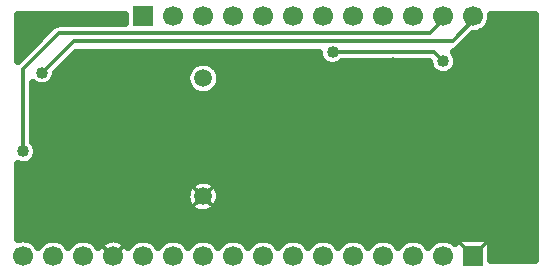
<source format=gbr>
G04 DipTrace 3.1.0.1*
G04 Bottom.gbr*
%MOIN*%
G04 #@! TF.FileFunction,Copper,L2,Bot*
G04 #@! TF.Part,Single*
G04 #@! TA.AperFunction,CopperBalancing*
%ADD13C,0.012992*%
%ADD14C,0.025*%
G04 #@! TA.AperFunction,ComponentPad*
%ADD19R,0.066929X0.066929*%
%ADD20C,0.066929*%
%ADD25C,0.059055*%
G04 #@! TA.AperFunction,ViaPad*
%ADD28C,0.04*%
%FSLAX26Y26*%
G04*
G70*
G90*
G75*
G01*
G04 Bottom*
%LPD*%
X1854725Y1243701D2*
D13*
X1867225D1*
X1810975Y1187452D1*
X573475D1*
X454725Y1068701D1*
Y793701D1*
X1954725Y1243701D2*
X1967225D1*
X1885988Y1162465D1*
X623488D1*
X517225Y1056201D1*
X1485974Y1124952D2*
X1823474D1*
X1854725Y1093701D1*
D28*
X2023475Y649950D3*
X2098475Y1162452D3*
X1973475Y1043701D3*
X1492225Y881201D3*
X1854725Y1093701D3*
X1485974Y1124952D3*
X1685974Y1087452D3*
X454725Y793701D3*
X517225Y1056201D3*
X560974Y637452D3*
X654725Y1024950D3*
X598475Y1237452D3*
X438680Y1225086D2*
D14*
X792271D1*
X2014210D2*
X2158488D1*
X438680Y1200217D2*
X537097D1*
X1998494D2*
X2158488D1*
X438680Y1175348D2*
X512230D1*
X1948040D2*
X2158488D1*
X438680Y1150479D2*
X487362D1*
X1923172D2*
X2158488D1*
X438680Y1125610D2*
X462495D1*
X1894572D2*
X2158488D1*
X610924Y1100742D2*
X1443784D1*
X1903185D2*
X2158488D1*
X586055Y1075873D2*
X1011487D1*
X1097944D2*
X1809299D1*
X1900171D2*
X2158488D1*
X565925Y1051004D2*
X997886D1*
X1111580D2*
X1833809D1*
X1875626D2*
X2158488D1*
X555196Y1026135D2*
X997348D1*
X1112082D2*
X2158488D1*
X490209Y1001267D2*
X1009406D1*
X1100025D2*
X2158488D1*
X490209Y976398D2*
X2158488D1*
X490209Y951529D2*
X2158488D1*
X490209Y926660D2*
X2158488D1*
X490209Y901792D2*
X2158488D1*
X490209Y876923D2*
X2158488D1*
X490209Y852054D2*
X2158488D1*
X490209Y827185D2*
X2158488D1*
X502912Y802316D2*
X2158488D1*
X500795Y777448D2*
X2158488D1*
X478906Y752579D2*
X2158488D1*
X438680Y727710D2*
X2158488D1*
X438680Y702841D2*
X2158488D1*
X438680Y677973D2*
X1007898D1*
X1101532D2*
X2158488D1*
X438680Y653104D2*
X996990D1*
X1112441D2*
X2158488D1*
X438680Y628235D2*
X998389D1*
X1111078D2*
X2158488D1*
X438680Y603366D2*
X1013353D1*
X1096114D2*
X2158488D1*
X438680Y578498D2*
X2158488D1*
X438680Y553629D2*
X2158488D1*
X438680Y528760D2*
X2158488D1*
X438680Y503891D2*
X2158488D1*
X2017189Y479023D2*
X2158488D1*
X2017189Y454154D2*
X2158488D1*
X1896605Y503658D2*
X2014681D1*
Y431294D1*
X2160995Y431293D1*
X2160978Y1249978D1*
X2014331Y1249954D1*
X2014681Y1243701D1*
X2013944Y1234322D1*
X2011747Y1225173D1*
X2008146Y1216482D1*
X2003231Y1208460D1*
X1997121Y1201305D1*
X1989966Y1195194D1*
X1981944Y1190280D1*
X1973252Y1186679D1*
X1964104Y1184482D1*
X1954725Y1183744D1*
X1953935Y1183776D1*
X1901149Y1131117D1*
X1896961Y1128074D1*
X1892349Y1125723D1*
X1889908Y1124824D1*
X1890078Y1123895D1*
X1894365Y1117994D1*
X1897677Y1111492D1*
X1899932Y1104554D1*
X1901074Y1097349D1*
Y1090053D1*
X1899932Y1082848D1*
X1897677Y1075910D1*
X1894365Y1069408D1*
X1890078Y1063507D1*
X1884919Y1058348D1*
X1879017Y1054061D1*
X1872516Y1050748D1*
X1865578Y1048494D1*
X1858373Y1047352D1*
X1851076D1*
X1843872Y1048494D1*
X1836933Y1050748D1*
X1830432Y1054061D1*
X1824530Y1058348D1*
X1819372Y1063507D1*
X1815084Y1069408D1*
X1811772Y1075910D1*
X1809517Y1082848D1*
X1808376Y1090053D1*
X1808301Y1091977D1*
X1518710Y1091963D1*
X1513301Y1087339D1*
X1507082Y1083526D1*
X1500341Y1080735D1*
X1493247Y1079032D1*
X1485974Y1078460D1*
X1478701Y1079032D1*
X1471607Y1080735D1*
X1464866Y1083526D1*
X1458647Y1087339D1*
X1453099Y1092076D1*
X1448361Y1097625D1*
X1444549Y1103844D1*
X1441757Y1110584D1*
X1440054Y1117679D1*
X1439550Y1123200D1*
X630919Y1123213D1*
X563693Y1056017D1*
X563145Y1048928D1*
X561441Y1041834D1*
X558650Y1035093D1*
X554837Y1028874D1*
X550100Y1023326D1*
X544551Y1018588D1*
X538332Y1014776D1*
X531592Y1011984D1*
X524498Y1010281D1*
X517225Y1009709D1*
X509952Y1010281D1*
X502857Y1011984D1*
X496117Y1014776D1*
X489898Y1018588D1*
X487714Y1020310D1*
X487713Y826446D1*
X492337Y821028D1*
X496150Y814809D1*
X498941Y808068D1*
X500645Y800974D1*
X501217Y793701D1*
X500645Y786428D1*
X498941Y779334D1*
X496150Y772593D1*
X492337Y766374D1*
X487600Y760826D1*
X482051Y756088D1*
X475832Y752276D1*
X469092Y749484D1*
X461998Y747781D1*
X454725Y747209D1*
X447452Y747781D1*
X440357Y749484D1*
X436168Y751100D1*
X436197Y500723D1*
X445345Y502919D1*
X454725Y503658D1*
X464104Y502919D1*
X473252Y500723D1*
X481944Y497122D1*
X489966Y492206D1*
X497121Y486097D1*
X503230Y478942D1*
X504692Y476756D1*
X509133Y482639D1*
X515786Y489293D1*
X523398Y494823D1*
X531780Y499093D1*
X540729Y502002D1*
X550020Y503473D1*
X559429D1*
X568721Y502002D1*
X577670Y499093D1*
X586051Y494823D1*
X593663Y489293D1*
X600316Y482639D1*
X604692Y476756D1*
X609133Y482639D1*
X615786Y489293D1*
X623398Y494822D1*
X631780Y499093D1*
X640729Y502002D1*
X650020Y503473D1*
X659429D1*
X668721Y502002D1*
X677670Y499093D1*
X686051Y494822D1*
X693663Y489293D1*
X700316Y482639D1*
X704692Y476756D1*
X709628Y483211D1*
X714797Y488428D1*
X720565Y492975D1*
X726845Y496782D1*
X733545Y499793D1*
X740562Y501961D1*
X747792Y503256D1*
X755125Y503656D1*
X762453Y503158D1*
X769664Y501767D1*
X776651Y499504D1*
X783310Y496404D1*
X789540Y492515D1*
X795247Y487891D1*
X800345Y482605D1*
X804723Y476789D1*
X809133Y482639D1*
X815786Y489293D1*
X823398Y494822D1*
X831780Y499093D1*
X840729Y502002D1*
X850020Y503473D1*
X859429D1*
X868721Y502002D1*
X877670Y499093D1*
X886051Y494822D1*
X893663Y489293D1*
X900316Y482639D1*
X904692Y476756D1*
X909133Y482639D1*
X915786Y489293D1*
X923398Y494822D1*
X931780Y499093D1*
X940729Y502002D1*
X950020Y503473D1*
X959429D1*
X968721Y502002D1*
X977670Y499093D1*
X986051Y494822D1*
X993663Y489293D1*
X1000316Y482639D1*
X1004692Y476756D1*
X1009133Y482639D1*
X1015786Y489293D1*
X1023398Y494822D1*
X1031780Y499093D1*
X1040729Y502002D1*
X1050020Y503473D1*
X1059429D1*
X1068721Y502002D1*
X1077670Y499093D1*
X1086051Y494822D1*
X1093663Y489293D1*
X1100316Y482639D1*
X1104692Y476756D1*
X1109133Y482639D1*
X1115786Y489293D1*
X1123398Y494822D1*
X1131780Y499093D1*
X1140729Y502002D1*
X1150020Y503473D1*
X1159429D1*
X1168721Y502002D1*
X1177670Y499093D1*
X1186051Y494822D1*
X1193663Y489293D1*
X1200316Y482639D1*
X1204692Y476756D1*
X1209133Y482639D1*
X1215786Y489293D1*
X1223398Y494822D1*
X1231780Y499093D1*
X1240729Y502002D1*
X1250020Y503473D1*
X1259429D1*
X1268721Y502002D1*
X1277670Y499093D1*
X1286051Y494822D1*
X1293663Y489293D1*
X1300316Y482639D1*
X1304692Y476756D1*
X1309133Y482639D1*
X1315786Y489293D1*
X1323398Y494822D1*
X1331780Y499093D1*
X1340729Y502002D1*
X1350020Y503473D1*
X1359429D1*
X1368721Y502002D1*
X1377670Y499093D1*
X1386051Y494822D1*
X1393663Y489293D1*
X1400316Y482639D1*
X1404692Y476756D1*
X1409133Y482639D1*
X1415786Y489293D1*
X1423398Y494822D1*
X1431780Y499093D1*
X1440729Y502002D1*
X1450020Y503473D1*
X1459429D1*
X1468721Y502002D1*
X1477670Y499093D1*
X1486051Y494822D1*
X1493663Y489293D1*
X1500316Y482639D1*
X1504692Y476756D1*
X1509133Y482639D1*
X1515786Y489293D1*
X1523398Y494822D1*
X1531780Y499093D1*
X1540729Y502002D1*
X1550020Y503473D1*
X1559429D1*
X1568721Y502002D1*
X1577670Y499093D1*
X1586051Y494822D1*
X1593663Y489293D1*
X1600316Y482639D1*
X1604692Y476756D1*
X1609133Y482639D1*
X1615786Y489293D1*
X1623398Y494822D1*
X1631780Y499093D1*
X1640729Y502002D1*
X1650020Y503473D1*
X1659429D1*
X1668721Y502002D1*
X1677670Y499093D1*
X1686051Y494822D1*
X1693663Y489293D1*
X1700316Y482639D1*
X1704692Y476756D1*
X1709133Y482639D1*
X1715786Y489293D1*
X1723398Y494823D1*
X1731780Y499093D1*
X1740729Y502002D1*
X1750020Y503473D1*
X1759429D1*
X1768721Y502002D1*
X1777670Y499093D1*
X1786051Y494823D1*
X1793663Y489293D1*
X1800316Y482639D1*
X1804692Y476756D1*
X1809133Y482639D1*
X1815786Y489293D1*
X1823398Y494823D1*
X1831780Y499093D1*
X1840729Y502002D1*
X1850020Y503473D1*
X1859429D1*
X1868721Y502002D1*
X1877670Y499093D1*
X1886051Y494823D1*
X1893663Y489293D1*
X1894768Y488469D1*
Y503658D1*
X1896605D1*
X794768Y1220454D2*
Y1249950D1*
X436145Y1249954D1*
X436162Y1096777D1*
X552051Y1212536D1*
X556239Y1215579D1*
X560851Y1217929D1*
X565774Y1219528D1*
X570887Y1220339D1*
X637780Y1220440D1*
X794773D1*
X1110714Y641864D2*
X1109992Y634555D1*
X1108322Y627404D1*
X1105730Y620533D1*
X1102260Y614061D1*
X1097975Y608097D1*
X1092945Y602746D1*
X1087260Y598097D1*
X1081015Y594234D1*
X1074318Y591219D1*
X1067285Y589108D1*
X1060034Y587933D1*
X1052694Y587718D1*
X1045389Y588465D1*
X1038243Y590160D1*
X1031381Y592777D1*
X1024920Y596268D1*
X1018971Y600574D1*
X1013637Y605622D1*
X1009009Y611323D1*
X1005167Y617582D1*
X1002176Y624289D1*
X1000088Y631330D1*
X998940Y638583D1*
X998750Y645924D1*
X999521Y653227D1*
X1001242Y660368D1*
X1003881Y667221D1*
X1007395Y673670D1*
X1011722Y679603D1*
X1016788Y684920D1*
X1022505Y689528D1*
X1028777Y693349D1*
X1035494Y696316D1*
X1042542Y698379D1*
X1049799Y699504D1*
X1057142Y699668D1*
X1064442Y698872D1*
X1071575Y697126D1*
X1078419Y694463D1*
X1084856Y690927D1*
X1090774Y686580D1*
X1096074Y681496D1*
X1100663Y675761D1*
X1104462Y669477D1*
X1107406Y662750D1*
X1109445Y655694D1*
X1110544Y648433D1*
X1110714Y641864D1*
X1110571Y1033007D2*
X1109197Y1024324D1*
X1106481Y1015963D1*
X1102490Y1008131D1*
X1097322Y1001020D1*
X1091107Y994805D1*
X1083995Y989637D1*
X1076163Y985646D1*
X1067802Y982929D1*
X1059120Y981555D1*
X1050330D1*
X1041647Y982929D1*
X1033286Y985646D1*
X1025454Y989637D1*
X1018343Y994805D1*
X1012128Y1001020D1*
X1006960Y1008131D1*
X1002969Y1015963D1*
X1000252Y1024324D1*
X998878Y1033007D1*
Y1041797D1*
X1000252Y1050479D1*
X1002969Y1058840D1*
X1006960Y1066672D1*
X1012128Y1073784D1*
X1018343Y1079999D1*
X1025454Y1085167D1*
X1033286Y1089158D1*
X1041647Y1091874D1*
X1050330Y1093248D1*
X1059120D1*
X1067802Y1091874D1*
X1076163Y1089158D1*
X1083995Y1085167D1*
X1091107Y1079999D1*
X1097322Y1073784D1*
X1102490Y1066672D1*
X1106481Y1058840D1*
X1109197Y1050479D1*
X1110571Y1041797D1*
Y1033007D1*
X1894793Y503633D2*
D13*
X1954725Y443701D1*
X2014656Y503633D2*
X1954725Y443701D1*
X712355Y486071D2*
X754725Y443701D1*
X797095Y486071D2*
X754725Y443701D1*
X1015138Y683288D2*
X1094311Y604114D1*
Y683288D2*
X1015138Y604114D1*
D19*
X1954725Y443701D3*
D20*
X1854725D3*
X1754725D3*
X1654725D3*
X1554725D3*
X1454725D3*
X1354725D3*
X1254725D3*
X1154725D3*
X1054725D3*
X954725D3*
X854725D3*
X754725D3*
X654725D3*
X554725D3*
X454725D3*
D19*
X854725Y1243701D3*
D20*
X954725D3*
X1054725D3*
X1154725D3*
X1254725D3*
X1354725D3*
X1454725D3*
X1554725D3*
X1654725D3*
X1754725D3*
X1854725D3*
X1954725D3*
D25*
X1054725Y643701D3*
Y1037402D3*
M02*

</source>
